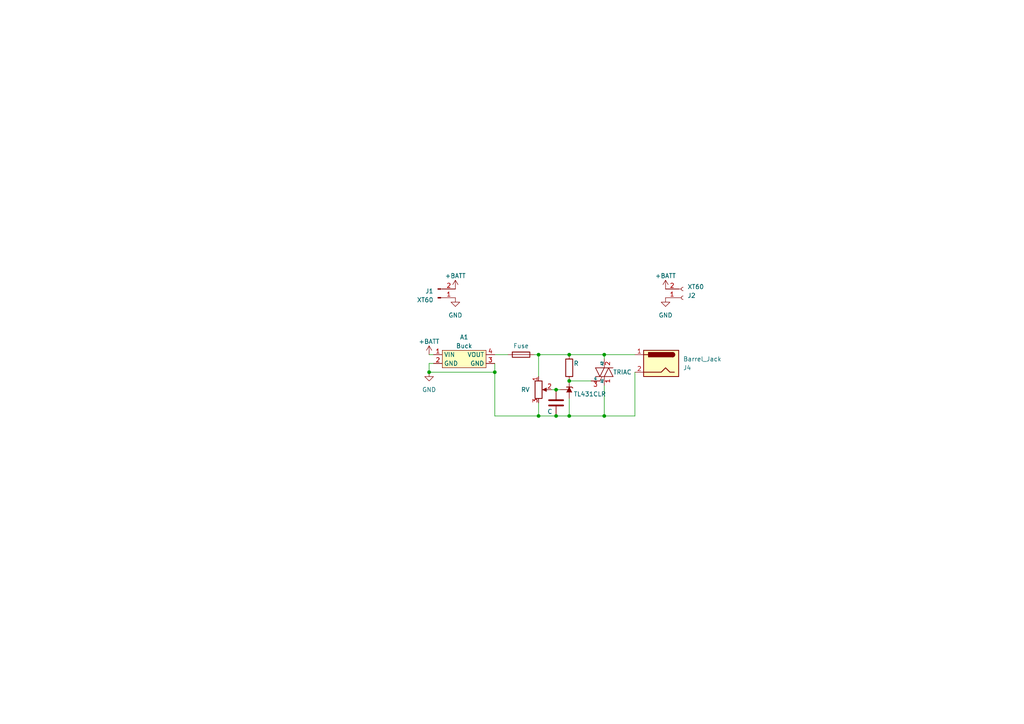
<source format=kicad_sch>
(kicad_sch (version 20230121) (generator eeschema)

  (uuid a6e49730-ed3d-4df4-b7d4-a25944f6a5ac)

  (paper "A4")

  (lib_symbols
    (symbol "Connector:Barrel_Jack" (pin_names (offset 1.016)) (in_bom yes) (on_board yes)
      (property "Reference" "J" (at 0 5.334 0)
        (effects (font (size 1.27 1.27)))
      )
      (property "Value" "Barrel_Jack" (at 0 -5.08 0)
        (effects (font (size 1.27 1.27)))
      )
      (property "Footprint" "" (at 1.27 -1.016 0)
        (effects (font (size 1.27 1.27)) hide)
      )
      (property "Datasheet" "~" (at 1.27 -1.016 0)
        (effects (font (size 1.27 1.27)) hide)
      )
      (property "ki_keywords" "DC power barrel jack connector" (at 0 0 0)
        (effects (font (size 1.27 1.27)) hide)
      )
      (property "ki_description" "DC Barrel Jack" (at 0 0 0)
        (effects (font (size 1.27 1.27)) hide)
      )
      (property "ki_fp_filters" "BarrelJack*" (at 0 0 0)
        (effects (font (size 1.27 1.27)) hide)
      )
      (symbol "Barrel_Jack_0_1"
        (rectangle (start -5.08 3.81) (end 5.08 -3.81)
          (stroke (width 0.254) (type default))
          (fill (type background))
        )
        (arc (start -3.302 3.175) (mid -3.9343 2.54) (end -3.302 1.905)
          (stroke (width 0.254) (type default))
          (fill (type none))
        )
        (arc (start -3.302 3.175) (mid -3.9343 2.54) (end -3.302 1.905)
          (stroke (width 0.254) (type default))
          (fill (type outline))
        )
        (polyline
          (pts
            (xy 5.08 2.54)
            (xy 3.81 2.54)
          )
          (stroke (width 0.254) (type default))
          (fill (type none))
        )
        (polyline
          (pts
            (xy -3.81 -2.54)
            (xy -2.54 -2.54)
            (xy -1.27 -1.27)
            (xy 0 -2.54)
            (xy 2.54 -2.54)
            (xy 5.08 -2.54)
          )
          (stroke (width 0.254) (type default))
          (fill (type none))
        )
        (rectangle (start 3.683 3.175) (end -3.302 1.905)
          (stroke (width 0.254) (type default))
          (fill (type outline))
        )
      )
      (symbol "Barrel_Jack_1_1"
        (pin passive line (at 7.62 2.54 180) (length 2.54)
          (name "~" (effects (font (size 1.27 1.27))))
          (number "1" (effects (font (size 1.27 1.27))))
        )
        (pin passive line (at 7.62 -2.54 180) (length 2.54)
          (name "~" (effects (font (size 1.27 1.27))))
          (number "2" (effects (font (size 1.27 1.27))))
        )
      )
    )
    (symbol "Connector:Conn_01x02_Pin" (pin_names (offset 1.016) hide) (in_bom yes) (on_board yes)
      (property "Reference" "J" (at 0 2.54 0)
        (effects (font (size 1.27 1.27)))
      )
      (property "Value" "Conn_01x02_Pin" (at 0 -5.08 0)
        (effects (font (size 1.27 1.27)))
      )
      (property "Footprint" "" (at 0 0 0)
        (effects (font (size 1.27 1.27)) hide)
      )
      (property "Datasheet" "~" (at 0 0 0)
        (effects (font (size 1.27 1.27)) hide)
      )
      (property "ki_locked" "" (at 0 0 0)
        (effects (font (size 1.27 1.27)))
      )
      (property "ki_keywords" "connector" (at 0 0 0)
        (effects (font (size 1.27 1.27)) hide)
      )
      (property "ki_description" "Generic connector, single row, 01x02, script generated" (at 0 0 0)
        (effects (font (size 1.27 1.27)) hide)
      )
      (property "ki_fp_filters" "Connector*:*_1x??_*" (at 0 0 0)
        (effects (font (size 1.27 1.27)) hide)
      )
      (symbol "Conn_01x02_Pin_1_1"
        (polyline
          (pts
            (xy 1.27 -2.54)
            (xy 0.8636 -2.54)
          )
          (stroke (width 0.1524) (type default))
          (fill (type none))
        )
        (polyline
          (pts
            (xy 1.27 0)
            (xy 0.8636 0)
          )
          (stroke (width 0.1524) (type default))
          (fill (type none))
        )
        (rectangle (start 0.8636 -2.413) (end 0 -2.667)
          (stroke (width 0.1524) (type default))
          (fill (type outline))
        )
        (rectangle (start 0.8636 0.127) (end 0 -0.127)
          (stroke (width 0.1524) (type default))
          (fill (type outline))
        )
        (pin passive line (at 5.08 0 180) (length 3.81)
          (name "Pin_1" (effects (font (size 1.27 1.27))))
          (number "1" (effects (font (size 1.27 1.27))))
        )
        (pin passive line (at 5.08 -2.54 180) (length 3.81)
          (name "Pin_2" (effects (font (size 1.27 1.27))))
          (number "2" (effects (font (size 1.27 1.27))))
        )
      )
    )
    (symbol "Connector:Conn_01x02_Socket" (pin_names (offset 1.016) hide) (in_bom yes) (on_board yes)
      (property "Reference" "J" (at 0 2.54 0)
        (effects (font (size 1.27 1.27)))
      )
      (property "Value" "Conn_01x02_Socket" (at 0 -5.08 0)
        (effects (font (size 1.27 1.27)))
      )
      (property "Footprint" "" (at 0 0 0)
        (effects (font (size 1.27 1.27)) hide)
      )
      (property "Datasheet" "~" (at 0 0 0)
        (effects (font (size 1.27 1.27)) hide)
      )
      (property "ki_locked" "" (at 0 0 0)
        (effects (font (size 1.27 1.27)))
      )
      (property "ki_keywords" "connector" (at 0 0 0)
        (effects (font (size 1.27 1.27)) hide)
      )
      (property "ki_description" "Generic connector, single row, 01x02, script generated" (at 0 0 0)
        (effects (font (size 1.27 1.27)) hide)
      )
      (property "ki_fp_filters" "Connector*:*_1x??_*" (at 0 0 0)
        (effects (font (size 1.27 1.27)) hide)
      )
      (symbol "Conn_01x02_Socket_1_1"
        (arc (start 0 -2.032) (mid -0.5058 -2.54) (end 0 -3.048)
          (stroke (width 0.1524) (type default))
          (fill (type none))
        )
        (polyline
          (pts
            (xy -1.27 -2.54)
            (xy -0.508 -2.54)
          )
          (stroke (width 0.1524) (type default))
          (fill (type none))
        )
        (polyline
          (pts
            (xy -1.27 0)
            (xy -0.508 0)
          )
          (stroke (width 0.1524) (type default))
          (fill (type none))
        )
        (arc (start 0 0.508) (mid -0.5058 0) (end 0 -0.508)
          (stroke (width 0.1524) (type default))
          (fill (type none))
        )
        (pin passive line (at -5.08 0 0) (length 3.81)
          (name "Pin_1" (effects (font (size 1.27 1.27))))
          (number "1" (effects (font (size 1.27 1.27))))
        )
        (pin passive line (at -5.08 -2.54 0) (length 3.81)
          (name "Pin_2" (effects (font (size 1.27 1.27))))
          (number "2" (effects (font (size 1.27 1.27))))
        )
      )
    )
    (symbol "Device:C" (pin_numbers hide) (pin_names (offset 0.254)) (in_bom yes) (on_board yes)
      (property "Reference" "C" (at 0.635 2.54 0)
        (effects (font (size 1.27 1.27)) (justify left))
      )
      (property "Value" "C" (at 0.635 -2.54 0)
        (effects (font (size 1.27 1.27)) (justify left))
      )
      (property "Footprint" "" (at 0.9652 -3.81 0)
        (effects (font (size 1.27 1.27)) hide)
      )
      (property "Datasheet" "~" (at 0 0 0)
        (effects (font (size 1.27 1.27)) hide)
      )
      (property "ki_keywords" "cap capacitor" (at 0 0 0)
        (effects (font (size 1.27 1.27)) hide)
      )
      (property "ki_description" "Unpolarized capacitor" (at 0 0 0)
        (effects (font (size 1.27 1.27)) hide)
      )
      (property "ki_fp_filters" "C_*" (at 0 0 0)
        (effects (font (size 1.27 1.27)) hide)
      )
      (symbol "C_0_1"
        (polyline
          (pts
            (xy -2.032 -0.762)
            (xy 2.032 -0.762)
          )
          (stroke (width 0.508) (type default))
          (fill (type none))
        )
        (polyline
          (pts
            (xy -2.032 0.762)
            (xy 2.032 0.762)
          )
          (stroke (width 0.508) (type default))
          (fill (type none))
        )
      )
      (symbol "C_1_1"
        (pin passive line (at 0 3.81 270) (length 2.794)
          (name "~" (effects (font (size 1.27 1.27))))
          (number "1" (effects (font (size 1.27 1.27))))
        )
        (pin passive line (at 0 -3.81 90) (length 2.794)
          (name "~" (effects (font (size 1.27 1.27))))
          (number "2" (effects (font (size 1.27 1.27))))
        )
      )
    )
    (symbol "Device:Fuse" (pin_numbers hide) (pin_names (offset 0)) (in_bom yes) (on_board yes)
      (property "Reference" "F" (at 2.032 0 90)
        (effects (font (size 1.27 1.27)))
      )
      (property "Value" "Fuse" (at -1.905 0 90)
        (effects (font (size 1.27 1.27)))
      )
      (property "Footprint" "" (at -1.778 0 90)
        (effects (font (size 1.27 1.27)) hide)
      )
      (property "Datasheet" "~" (at 0 0 0)
        (effects (font (size 1.27 1.27)) hide)
      )
      (property "ki_keywords" "fuse" (at 0 0 0)
        (effects (font (size 1.27 1.27)) hide)
      )
      (property "ki_description" "Fuse" (at 0 0 0)
        (effects (font (size 1.27 1.27)) hide)
      )
      (property "ki_fp_filters" "*Fuse*" (at 0 0 0)
        (effects (font (size 1.27 1.27)) hide)
      )
      (symbol "Fuse_0_1"
        (rectangle (start -0.762 -2.54) (end 0.762 2.54)
          (stroke (width 0.254) (type default))
          (fill (type none))
        )
        (polyline
          (pts
            (xy 0 2.54)
            (xy 0 -2.54)
          )
          (stroke (width 0) (type default))
          (fill (type none))
        )
      )
      (symbol "Fuse_1_1"
        (pin passive line (at 0 3.81 270) (length 1.27)
          (name "~" (effects (font (size 1.27 1.27))))
          (number "1" (effects (font (size 1.27 1.27))))
        )
        (pin passive line (at 0 -3.81 90) (length 1.27)
          (name "~" (effects (font (size 1.27 1.27))))
          (number "2" (effects (font (size 1.27 1.27))))
        )
      )
    )
    (symbol "Device:Q_TRIAC_A1A2G" (pin_names (offset 0)) (in_bom yes) (on_board yes)
      (property "Reference" "D" (at 3.175 0.635 0)
        (effects (font (size 1.27 1.27)) (justify left))
      )
      (property "Value" "Q_TRIAC_A1A2G" (at 3.175 -1.27 0)
        (effects (font (size 1.27 1.27)) (justify left))
      )
      (property "Footprint" "" (at 1.905 0.635 90)
        (effects (font (size 1.27 1.27)) hide)
      )
      (property "Datasheet" "~" (at 0 0 90)
        (effects (font (size 1.27 1.27)) hide)
      )
      (property "ki_keywords" "TRIAC" (at 0 0 0)
        (effects (font (size 1.27 1.27)) hide)
      )
      (property "ki_description" "Triode for alternating current, anode1/anode2/gate" (at 0 0 0)
        (effects (font (size 1.27 1.27)) hide)
      )
      (symbol "Q_TRIAC_A1A2G_0_1"
        (polyline
          (pts
            (xy -2.54 -1.27)
            (xy 2.54 -1.27)
          )
          (stroke (width 0.2032) (type default))
          (fill (type none))
        )
        (polyline
          (pts
            (xy -2.54 1.27)
            (xy 2.54 1.27)
          )
          (stroke (width 0.2032) (type default))
          (fill (type none))
        )
        (polyline
          (pts
            (xy -1.27 -2.54)
            (xy -0.635 -1.27)
          )
          (stroke (width 0) (type default))
          (fill (type none))
        )
        (polyline
          (pts
            (xy -2.54 1.27)
            (xy -1.27 -1.27)
            (xy 0 1.27)
          )
          (stroke (width 0.2032) (type default))
          (fill (type none))
        )
        (polyline
          (pts
            (xy 0 -1.27)
            (xy 1.27 1.27)
            (xy 2.54 -1.27)
          )
          (stroke (width 0.2032) (type default))
          (fill (type none))
        )
      )
      (symbol "Q_TRIAC_A1A2G_1_1"
        (pin passive line (at 0 -3.81 90) (length 2.54)
          (name "A1" (effects (font (size 0.635 0.635))))
          (number "1" (effects (font (size 1.27 1.27))))
        )
        (pin passive line (at 0 3.81 270) (length 2.54)
          (name "A2" (effects (font (size 0.635 0.635))))
          (number "2" (effects (font (size 1.27 1.27))))
        )
        (pin input line (at -3.81 -2.54 0) (length 2.54)
          (name "G" (effects (font (size 0.635 0.635))))
          (number "3" (effects (font (size 1.27 1.27))))
        )
      )
    )
    (symbol "Device:R" (pin_numbers hide) (pin_names (offset 0)) (in_bom yes) (on_board yes)
      (property "Reference" "R" (at 2.032 0 90)
        (effects (font (size 1.27 1.27)))
      )
      (property "Value" "R" (at 0 0 90)
        (effects (font (size 1.27 1.27)))
      )
      (property "Footprint" "" (at -1.778 0 90)
        (effects (font (size 1.27 1.27)) hide)
      )
      (property "Datasheet" "~" (at 0 0 0)
        (effects (font (size 1.27 1.27)) hide)
      )
      (property "ki_keywords" "R res resistor" (at 0 0 0)
        (effects (font (size 1.27 1.27)) hide)
      )
      (property "ki_description" "Resistor" (at 0 0 0)
        (effects (font (size 1.27 1.27)) hide)
      )
      (property "ki_fp_filters" "R_*" (at 0 0 0)
        (effects (font (size 1.27 1.27)) hide)
      )
      (symbol "R_0_1"
        (rectangle (start -1.016 -2.54) (end 1.016 2.54)
          (stroke (width 0.254) (type default))
          (fill (type none))
        )
      )
      (symbol "R_1_1"
        (pin passive line (at 0 3.81 270) (length 1.27)
          (name "~" (effects (font (size 1.27 1.27))))
          (number "1" (effects (font (size 1.27 1.27))))
        )
        (pin passive line (at 0 -3.81 90) (length 1.27)
          (name "~" (effects (font (size 1.27 1.27))))
          (number "2" (effects (font (size 1.27 1.27))))
        )
      )
    )
    (symbol "Device:R_Potentiometer" (pin_names (offset 1.016) hide) (in_bom yes) (on_board yes)
      (property "Reference" "RV" (at -4.445 0 90)
        (effects (font (size 1.27 1.27)))
      )
      (property "Value" "R_Potentiometer" (at -2.54 0 90)
        (effects (font (size 1.27 1.27)))
      )
      (property "Footprint" "" (at 0 0 0)
        (effects (font (size 1.27 1.27)) hide)
      )
      (property "Datasheet" "~" (at 0 0 0)
        (effects (font (size 1.27 1.27)) hide)
      )
      (property "ki_keywords" "resistor variable" (at 0 0 0)
        (effects (font (size 1.27 1.27)) hide)
      )
      (property "ki_description" "Potentiometer" (at 0 0 0)
        (effects (font (size 1.27 1.27)) hide)
      )
      (property "ki_fp_filters" "Potentiometer*" (at 0 0 0)
        (effects (font (size 1.27 1.27)) hide)
      )
      (symbol "R_Potentiometer_0_1"
        (polyline
          (pts
            (xy 2.54 0)
            (xy 1.524 0)
          )
          (stroke (width 0) (type default))
          (fill (type none))
        )
        (polyline
          (pts
            (xy 1.143 0)
            (xy 2.286 0.508)
            (xy 2.286 -0.508)
            (xy 1.143 0)
          )
          (stroke (width 0) (type default))
          (fill (type outline))
        )
        (rectangle (start 1.016 2.54) (end -1.016 -2.54)
          (stroke (width 0.254) (type default))
          (fill (type none))
        )
      )
      (symbol "R_Potentiometer_1_1"
        (pin passive line (at 0 3.81 270) (length 1.27)
          (name "1" (effects (font (size 1.27 1.27))))
          (number "1" (effects (font (size 1.27 1.27))))
        )
        (pin passive line (at 3.81 0 180) (length 1.27)
          (name "2" (effects (font (size 1.27 1.27))))
          (number "2" (effects (font (size 1.27 1.27))))
        )
        (pin passive line (at 0 -3.81 90) (length 1.27)
          (name "3" (effects (font (size 1.27 1.27))))
          (number "3" (effects (font (size 1.27 1.27))))
        )
      )
    )
    (symbol "Reference_Voltage:TL431LP" (pin_numbers hide) (pin_names hide) (in_bom yes) (on_board yes)
      (property "Reference" "U" (at -2.54 2.54 0)
        (effects (font (size 1.27 1.27)))
      )
      (property "Value" "TL431LP" (at 0 -2.54 0)
        (effects (font (size 1.27 1.27)))
      )
      (property "Footprint" "Package_TO_SOT_THT:TO-92_Inline" (at 0 -3.81 0)
        (effects (font (size 1.27 1.27) italic) hide)
      )
      (property "Datasheet" "http://www.ti.com/lit/ds/symlink/tl431.pdf" (at 0 0 0)
        (effects (font (size 1.27 1.27) italic) hide)
      )
      (property "ki_keywords" "diode device regulator shunt" (at 0 0 0)
        (effects (font (size 1.27 1.27)) hide)
      )
      (property "ki_description" "Shunt Regulator, TO-92" (at 0 0 0)
        (effects (font (size 1.27 1.27)) hide)
      )
      (property "ki_fp_filters" "TO*92*" (at 0 0 0)
        (effects (font (size 1.27 1.27)) hide)
      )
      (symbol "TL431LP_0_1"
        (polyline
          (pts
            (xy -1.27 0)
            (xy 0 0)
            (xy 1.27 0)
          )
          (stroke (width 0) (type default))
          (fill (type none))
        )
        (polyline
          (pts
            (xy -0.762 0.762)
            (xy 0.762 0)
            (xy -0.762 -0.762)
          )
          (stroke (width 0) (type default))
          (fill (type outline))
        )
        (polyline
          (pts
            (xy 0.508 -1.016)
            (xy 0.762 -0.762)
            (xy 0.762 0.762)
            (xy 0.762 0.762)
          )
          (stroke (width 0.254) (type default))
          (fill (type none))
        )
      )
      (symbol "TL431LP_1_1"
        (pin passive line (at 0 2.54 270) (length 2.54)
          (name "REF" (effects (font (size 1.27 1.27))))
          (number "1" (effects (font (size 1.27 1.27))))
        )
        (pin passive line (at -2.54 0 0) (length 2.54)
          (name "A" (effects (font (size 1.27 1.27))))
          (number "2" (effects (font (size 1.27 1.27))))
        )
        (pin passive line (at 2.54 0 180) (length 2.54)
          (name "K" (effects (font (size 1.27 1.27))))
          (number "3" (effects (font (size 1.27 1.27))))
        )
      )
    )
    (symbol "left-side:Buck" (in_bom yes) (on_board yes)
      (property "Reference" "A" (at 0 1.27 0)
        (effects (font (size 1.27 1.27)))
      )
      (property "Value" "Buck" (at 0 3.81 0)
        (effects (font (size 1.27 1.27)))
      )
      (property "Footprint" "" (at 0 0 0)
        (effects (font (size 1.27 1.27)) hide)
      )
      (property "Datasheet" "" (at 0 0 0)
        (effects (font (size 1.27 1.27)) hide)
      )
      (symbol "Buck_0_1"
        (rectangle (start -6.35 0) (end 6.35 -5.08)
          (stroke (width 0) (type default))
          (fill (type background))
        )
      )
      (symbol "Buck_1_1"
        (pin input line (at -8.89 -1.27 0) (length 2.54)
          (name "VIN" (effects (font (size 1.27 1.27))))
          (number "1" (effects (font (size 1.27 1.27))))
        )
        (pin input line (at -8.89 -3.81 0) (length 2.54)
          (name "GND" (effects (font (size 1.27 1.27))))
          (number "2" (effects (font (size 1.27 1.27))))
        )
        (pin input line (at 8.89 -3.81 180) (length 2.54)
          (name "GND" (effects (font (size 1.27 1.27))))
          (number "3" (effects (font (size 1.27 1.27))))
        )
        (pin input line (at 8.89 -1.27 180) (length 2.54)
          (name "VOUT" (effects (font (size 1.27 1.27))))
          (number "4" (effects (font (size 1.27 1.27))))
        )
      )
    )
    (symbol "power:+BATT" (power) (pin_names (offset 0)) (in_bom yes) (on_board yes)
      (property "Reference" "#PWR" (at 0 -3.81 0)
        (effects (font (size 1.27 1.27)) hide)
      )
      (property "Value" "+BATT" (at 0 3.556 0)
        (effects (font (size 1.27 1.27)))
      )
      (property "Footprint" "" (at 0 0 0)
        (effects (font (size 1.27 1.27)) hide)
      )
      (property "Datasheet" "" (at 0 0 0)
        (effects (font (size 1.27 1.27)) hide)
      )
      (property "ki_keywords" "global power battery" (at 0 0 0)
        (effects (font (size 1.27 1.27)) hide)
      )
      (property "ki_description" "Power symbol creates a global label with name \"+BATT\"" (at 0 0 0)
        (effects (font (size 1.27 1.27)) hide)
      )
      (symbol "+BATT_0_1"
        (polyline
          (pts
            (xy -0.762 1.27)
            (xy 0 2.54)
          )
          (stroke (width 0) (type default))
          (fill (type none))
        )
        (polyline
          (pts
            (xy 0 0)
            (xy 0 2.54)
          )
          (stroke (width 0) (type default))
          (fill (type none))
        )
        (polyline
          (pts
            (xy 0 2.54)
            (xy 0.762 1.27)
          )
          (stroke (width 0) (type default))
          (fill (type none))
        )
      )
      (symbol "+BATT_1_1"
        (pin power_in line (at 0 0 90) (length 0) hide
          (name "+BATT" (effects (font (size 1.27 1.27))))
          (number "1" (effects (font (size 1.27 1.27))))
        )
      )
    )
    (symbol "power:GND" (power) (pin_names (offset 0)) (in_bom yes) (on_board yes)
      (property "Reference" "#PWR" (at 0 -6.35 0)
        (effects (font (size 1.27 1.27)) hide)
      )
      (property "Value" "GND" (at 0 -3.81 0)
        (effects (font (size 1.27 1.27)))
      )
      (property "Footprint" "" (at 0 0 0)
        (effects (font (size 1.27 1.27)) hide)
      )
      (property "Datasheet" "" (at 0 0 0)
        (effects (font (size 1.27 1.27)) hide)
      )
      (property "ki_keywords" "global power" (at 0 0 0)
        (effects (font (size 1.27 1.27)) hide)
      )
      (property "ki_description" "Power symbol creates a global label with name \"GND\" , ground" (at 0 0 0)
        (effects (font (size 1.27 1.27)) hide)
      )
      (symbol "GND_0_1"
        (polyline
          (pts
            (xy 0 0)
            (xy 0 -1.27)
            (xy 1.27 -1.27)
            (xy 0 -2.54)
            (xy -1.27 -1.27)
            (xy 0 -1.27)
          )
          (stroke (width 0) (type default))
          (fill (type none))
        )
      )
      (symbol "GND_1_1"
        (pin power_in line (at 0 0 270) (length 0) hide
          (name "GND" (effects (font (size 1.27 1.27))))
          (number "1" (effects (font (size 1.27 1.27))))
        )
      )
    )
  )

  (junction (at 156.21 102.87) (diameter 0) (color 0 0 0 0)
    (uuid 1b19591a-d0b6-4361-9e1f-c6364dbab8f1)
  )
  (junction (at 165.1 120.65) (diameter 0) (color 0 0 0 0)
    (uuid 324513ad-fd38-4c66-89a0-93f1e641266e)
  )
  (junction (at 165.1 110.49) (diameter 0) (color 0 0 0 0)
    (uuid 5513000d-a309-44e3-aeee-6f156bfdc238)
  )
  (junction (at 156.21 120.65) (diameter 0) (color 0 0 0 0)
    (uuid 6f70bf05-425e-4d38-adf0-0545c6f74728)
  )
  (junction (at 175.26 102.87) (diameter 0) (color 0 0 0 0)
    (uuid 72fc3395-e0c3-4751-8395-c9e4b4ea089b)
  )
  (junction (at 143.51 107.95) (diameter 0) (color 0 0 0 0)
    (uuid 8d6f9c22-96dc-49da-a20d-d199342065bd)
  )
  (junction (at 175.26 120.65) (diameter 0) (color 0 0 0 0)
    (uuid 8ff7dc2b-8df2-49f8-9c8d-ac06bbbdf214)
  )
  (junction (at 161.29 120.65) (diameter 0) (color 0 0 0 0)
    (uuid b6cc5346-7ae5-43ae-bf30-9bdae5117c74)
  )
  (junction (at 161.29 113.03) (diameter 0) (color 0 0 0 0)
    (uuid dd136070-b7ec-4de4-acf0-fdc08faa564f)
  )
  (junction (at 165.1 102.87) (diameter 0) (color 0 0 0 0)
    (uuid e241ff66-a4a9-449e-8b27-509e88f83743)
  )
  (junction (at 124.46 107.95) (diameter 0) (color 0 0 0 0)
    (uuid f4484607-88ce-4ae2-b37f-20d4a0455430)
  )

  (wire (pts (xy 184.15 120.65) (xy 175.26 120.65))
    (stroke (width 0) (type default))
    (uuid 06b67088-7606-45fa-9957-8cd15a794edb)
  )
  (wire (pts (xy 156.21 116.84) (xy 156.21 120.65))
    (stroke (width 0) (type default))
    (uuid 0e6e5e7d-4f27-4bb8-b1bd-5d06787412a1)
  )
  (wire (pts (xy 156.21 102.87) (xy 156.21 109.22))
    (stroke (width 0) (type default))
    (uuid 152e95fe-6c2f-41cf-ab7d-848bdcf64053)
  )
  (wire (pts (xy 124.46 102.87) (xy 125.73 102.87))
    (stroke (width 0) (type default))
    (uuid 1b67a1ad-a96e-4ed2-91aa-037c3770b4b3)
  )
  (wire (pts (xy 143.51 105.41) (xy 143.51 107.95))
    (stroke (width 0) (type default))
    (uuid 1be79765-7a0d-455b-a9bc-01b75baa9963)
  )
  (wire (pts (xy 165.1 110.49) (xy 171.45 110.49))
    (stroke (width 0) (type default))
    (uuid 1ea39cd4-0e73-417e-a517-f827449200de)
  )
  (wire (pts (xy 175.26 120.65) (xy 165.1 120.65))
    (stroke (width 0) (type default))
    (uuid 224d8cb0-0028-40f6-81b1-55e50fd48212)
  )
  (wire (pts (xy 184.15 107.95) (xy 184.15 120.65))
    (stroke (width 0) (type default))
    (uuid 24200ea9-05a8-44bd-ac19-f16c24911b97)
  )
  (wire (pts (xy 124.46 105.41) (xy 125.73 105.41))
    (stroke (width 0) (type default))
    (uuid 6159b644-1605-4a84-82e9-bd18cbc23225)
  )
  (wire (pts (xy 160.02 113.03) (xy 161.29 113.03))
    (stroke (width 0) (type default))
    (uuid 6edeecd7-117b-4f9f-9cf6-7e8091126b22)
  )
  (wire (pts (xy 165.1 120.65) (xy 161.29 120.65))
    (stroke (width 0) (type default))
    (uuid 7337ad08-61f2-4d84-bb9f-f83464c448df)
  )
  (wire (pts (xy 124.46 107.95) (xy 143.51 107.95))
    (stroke (width 0) (type default))
    (uuid 83acfda1-5f55-4dd9-93aa-e353f7c1a308)
  )
  (wire (pts (xy 175.26 102.87) (xy 175.26 104.14))
    (stroke (width 0) (type default))
    (uuid 861a990b-fdf2-40d9-9542-829f207dcb6c)
  )
  (wire (pts (xy 124.46 105.41) (xy 124.46 107.95))
    (stroke (width 0) (type default))
    (uuid 86a54236-40bc-4602-9d67-0988756d636c)
  )
  (wire (pts (xy 161.29 120.65) (xy 156.21 120.65))
    (stroke (width 0) (type default))
    (uuid 873c29b0-588f-469b-93c2-70ffca009142)
  )
  (wire (pts (xy 143.51 102.87) (xy 147.32 102.87))
    (stroke (width 0) (type default))
    (uuid 8ed49a0f-83fa-42ab-8f9c-ad0f3e70f442)
  )
  (wire (pts (xy 165.1 102.87) (xy 175.26 102.87))
    (stroke (width 0) (type default))
    (uuid 911e36fe-27d2-465c-bc03-39fe8baf7eac)
  )
  (wire (pts (xy 143.51 107.95) (xy 143.51 120.65))
    (stroke (width 0) (type default))
    (uuid 96179496-bc5d-425b-8cea-4905e3c7dde5)
  )
  (wire (pts (xy 165.1 115.57) (xy 165.1 120.65))
    (stroke (width 0) (type default))
    (uuid 9c10c93f-4657-46b6-927c-e2b261a3c1e6)
  )
  (wire (pts (xy 156.21 102.87) (xy 165.1 102.87))
    (stroke (width 0) (type default))
    (uuid af03ec2b-cac3-4f01-8fc3-c52af2b5b5a8)
  )
  (wire (pts (xy 175.26 102.87) (xy 184.15 102.87))
    (stroke (width 0) (type default))
    (uuid b0862849-44a7-48db-bccb-8123f6a25a40)
  )
  (wire (pts (xy 156.21 120.65) (xy 143.51 120.65))
    (stroke (width 0) (type default))
    (uuid b634fb10-e892-482c-bc38-7395c1eec3ea)
  )
  (wire (pts (xy 161.29 113.03) (xy 162.56 113.03))
    (stroke (width 0) (type default))
    (uuid b7370274-0546-446c-9b38-1621b5dfafaa)
  )
  (wire (pts (xy 175.26 111.76) (xy 175.26 120.65))
    (stroke (width 0) (type default))
    (uuid d2049e6c-9204-486e-85c5-455ac87157f1)
  )
  (wire (pts (xy 154.94 102.87) (xy 156.21 102.87))
    (stroke (width 0) (type default))
    (uuid da4b6a66-b99b-40f0-8321-1ec26399348f)
  )

  (symbol (lib_id "Device:Q_TRIAC_A1A2G") (at 175.26 107.95 0) (unit 1)
    (in_bom yes) (on_board yes) (dnp no)
    (uuid 19d97a2e-5bbc-48d1-83f2-491ceee32f52)
    (property "Reference" "D1" (at 179.07 107.2642 0)
      (effects (font (size 1.27 1.27)) (justify left) hide)
    )
    (property "Value" "TRIAC" (at 177.8 107.95 0)
      (effects (font (size 1.27 1.27)) (justify left))
    )
    (property "Footprint" "" (at 177.165 107.315 90)
      (effects (font (size 1.27 1.27)) hide)
    )
    (property "Datasheet" "~" (at 175.26 107.95 90)
      (effects (font (size 1.27 1.27)) hide)
    )
    (pin "1" (uuid 1607ac90-2806-45b6-af82-dea77aee9160))
    (pin "2" (uuid 9b3bde01-ac70-4216-9f30-392e29b819e5))
    (pin "3" (uuid a3eada9c-46af-41f9-8bb8-b4adb6adc7fd))
    (instances
      (project "left-side"
        (path "/a6e49730-ed3d-4df4-b7d4-a25944f6a5ac"
          (reference "D1") (unit 1)
        )
      )
    )
  )

  (symbol (lib_id "Reference_Voltage:TL431LP") (at 165.1 113.03 90) (unit 1)
    (in_bom yes) (on_board yes) (dnp no)
    (uuid 1a919975-10aa-4140-8bd1-1c4d61a4d9c0)
    (property "Reference" "U1" (at 167.64 111.76 90)
      (effects (font (size 1.27 1.27)) (justify right) hide)
    )
    (property "Value" "TL431CLR" (at 166.37 114.3 90)
      (effects (font (size 1.27 1.27)) (justify right))
    )
    (property "Footprint" "Package_TO_SOT_THT:TO-92_Inline" (at 168.91 113.03 0)
      (effects (font (size 1.27 1.27) italic) hide)
    )
    (property "Datasheet" "http://www.ti.com/lit/ds/symlink/tl431.pdf" (at 165.1 113.03 0)
      (effects (font (size 1.27 1.27) italic) hide)
    )
    (pin "1" (uuid 6312b200-cee7-4785-b58c-f8111d509d88))
    (pin "2" (uuid 8f553c15-7758-4b93-9c66-9baa03fe44b7))
    (pin "3" (uuid 8d730d6e-215b-4477-884b-6e141a41d55a))
    (instances
      (project "left-side"
        (path "/a6e49730-ed3d-4df4-b7d4-a25944f6a5ac"
          (reference "U1") (unit 1)
        )
      )
    )
  )

  (symbol (lib_id "Device:Fuse") (at 151.13 102.87 90) (unit 1)
    (in_bom yes) (on_board yes) (dnp no) (fields_autoplaced)
    (uuid 277d62b9-94e1-43e4-808a-6a5b715bd74b)
    (property "Reference" "F1" (at 151.13 97.79 90)
      (effects (font (size 1.27 1.27)) hide)
    )
    (property "Value" "Fuse" (at 151.13 100.33 90)
      (effects (font (size 1.27 1.27)))
    )
    (property "Footprint" "" (at 151.13 104.648 90)
      (effects (font (size 1.27 1.27)) hide)
    )
    (property "Datasheet" "~" (at 151.13 102.87 0)
      (effects (font (size 1.27 1.27)) hide)
    )
    (pin "1" (uuid bb67f606-c81b-42a0-8365-1817147a60d0))
    (pin "2" (uuid 2ece2ad2-02df-4b91-a439-791330ddebd3))
    (instances
      (project "left-side"
        (path "/a6e49730-ed3d-4df4-b7d4-a25944f6a5ac"
          (reference "F1") (unit 1)
        )
      )
    )
  )

  (symbol (lib_id "Connector:Conn_01x02_Socket") (at 198.12 86.36 0) (mirror x) (unit 1)
    (in_bom yes) (on_board yes) (dnp no) (fields_autoplaced)
    (uuid 29647bfe-5800-4b98-800d-4aab1f2351f8)
    (property "Reference" "J2" (at 199.39 85.725 0)
      (effects (font (size 1.27 1.27)) (justify left))
    )
    (property "Value" "XT60" (at 199.39 83.185 0)
      (effects (font (size 1.27 1.27)) (justify left))
    )
    (property "Footprint" "Connector_AMASS:AMASS_XT60-F_1x02_P7.20mm_Vertical" (at 198.12 86.36 0)
      (effects (font (size 1.27 1.27)) hide)
    )
    (property "Datasheet" "~" (at 198.12 86.36 0)
      (effects (font (size 1.27 1.27)) hide)
    )
    (pin "1" (uuid 0d56556e-1152-46f6-a5a0-edaa76cc2321))
    (pin "2" (uuid 96fa5ac1-36b9-4baf-9533-afe4118bc0d5))
    (instances
      (project "left-side"
        (path "/a6e49730-ed3d-4df4-b7d4-a25944f6a5ac"
          (reference "J2") (unit 1)
        )
      )
    )
  )

  (symbol (lib_id "power:+BATT") (at 124.46 102.87 0) (unit 1)
    (in_bom yes) (on_board yes) (dnp no) (fields_autoplaced)
    (uuid 2c85adae-4d87-4dd0-8795-5064a2866fe6)
    (property "Reference" "#PWR06" (at 124.46 106.68 0)
      (effects (font (size 1.27 1.27)) hide)
    )
    (property "Value" "+BATT" (at 124.46 99.06 0)
      (effects (font (size 1.27 1.27)))
    )
    (property "Footprint" "" (at 124.46 102.87 0)
      (effects (font (size 1.27 1.27)) hide)
    )
    (property "Datasheet" "" (at 124.46 102.87 0)
      (effects (font (size 1.27 1.27)) hide)
    )
    (pin "1" (uuid 048a367d-5074-4d15-be51-7a8be06bec45))
    (instances
      (project "left-side"
        (path "/a6e49730-ed3d-4df4-b7d4-a25944f6a5ac"
          (reference "#PWR06") (unit 1)
        )
      )
    )
  )

  (symbol (lib_id "left-side:Buck") (at 134.62 101.6 0) (unit 1)
    (in_bom yes) (on_board yes) (dnp no) (fields_autoplaced)
    (uuid 41bfff8a-dd19-401a-81fb-ab4c81e98ca1)
    (property "Reference" "A1" (at 134.62 97.79 0)
      (effects (font (size 1.27 1.27)))
    )
    (property "Value" "Buck" (at 134.62 100.33 0)
      (effects (font (size 1.27 1.27)))
    )
    (property "Footprint" "left-side:Buck" (at 134.62 101.6 0)
      (effects (font (size 1.27 1.27)) hide)
    )
    (property "Datasheet" "" (at 134.62 101.6 0)
      (effects (font (size 1.27 1.27)) hide)
    )
    (pin "1" (uuid 34cee00d-0abd-4c5d-837f-39b5fb85b296))
    (pin "2" (uuid 652510ab-6ec6-419e-9b39-694c75c3dcb7))
    (pin "3" (uuid cc10bd86-2b49-4c59-8dc4-f582f6df4805))
    (pin "4" (uuid 19177014-af88-439e-98d1-977ffda2e778))
    (instances
      (project "left-side"
        (path "/a6e49730-ed3d-4df4-b7d4-a25944f6a5ac"
          (reference "A1") (unit 1)
        )
      )
    )
  )

  (symbol (lib_id "Device:C") (at 161.29 116.84 0) (unit 1)
    (in_bom yes) (on_board yes) (dnp no)
    (uuid 4e58b605-c340-4f37-a320-d0bdcd0ce605)
    (property "Reference" "C1" (at 165.1 115.57 0)
      (effects (font (size 1.27 1.27)) (justify left) hide)
    )
    (property "Value" "C" (at 158.75 119.38 0)
      (effects (font (size 1.27 1.27)) (justify left))
    )
    (property "Footprint" "" (at 162.2552 120.65 0)
      (effects (font (size 1.27 1.27)) hide)
    )
    (property "Datasheet" "~" (at 161.29 116.84 0)
      (effects (font (size 1.27 1.27)) hide)
    )
    (pin "1" (uuid 50155c3d-e87e-44d0-b819-f120b8cdd85c))
    (pin "2" (uuid 1ec5cb2d-a713-4b14-8b39-145e716d6f6a))
    (instances
      (project "left-side"
        (path "/a6e49730-ed3d-4df4-b7d4-a25944f6a5ac"
          (reference "C1") (unit 1)
        )
      )
    )
  )

  (symbol (lib_id "power:GND") (at 132.08 86.36 0) (unit 1)
    (in_bom yes) (on_board yes) (dnp no) (fields_autoplaced)
    (uuid 62ae159a-b6ea-45ea-bcb5-952da6a99155)
    (property "Reference" "#PWR01" (at 132.08 92.71 0)
      (effects (font (size 1.27 1.27)) hide)
    )
    (property "Value" "GND" (at 132.08 91.44 0)
      (effects (font (size 1.27 1.27)))
    )
    (property "Footprint" "" (at 132.08 86.36 0)
      (effects (font (size 1.27 1.27)) hide)
    )
    (property "Datasheet" "" (at 132.08 86.36 0)
      (effects (font (size 1.27 1.27)) hide)
    )
    (pin "1" (uuid b19e3e78-2847-4147-9cd6-0efa846bb1fa))
    (instances
      (project "left-side"
        (path "/a6e49730-ed3d-4df4-b7d4-a25944f6a5ac"
          (reference "#PWR01") (unit 1)
        )
      )
    )
  )

  (symbol (lib_id "Connector:Conn_01x02_Pin") (at 127 86.36 0) (mirror x) (unit 1)
    (in_bom yes) (on_board yes) (dnp no) (fields_autoplaced)
    (uuid 6d6df581-e5df-40c0-85c5-b8be6a3af4b4)
    (property "Reference" "J1" (at 125.73 84.455 0)
      (effects (font (size 1.27 1.27)) (justify right))
    )
    (property "Value" "XT60" (at 125.73 86.995 0)
      (effects (font (size 1.27 1.27)) (justify right))
    )
    (property "Footprint" "Connector_AMASS:AMASS_XT60-M_1x02_P7.20mm_Vertical" (at 127 86.36 0)
      (effects (font (size 1.27 1.27)) hide)
    )
    (property "Datasheet" "~" (at 127 86.36 0)
      (effects (font (size 1.27 1.27)) hide)
    )
    (pin "1" (uuid 7282cdde-2b68-4c98-a657-f87dd598af97))
    (pin "2" (uuid f3873972-02ea-4a35-8771-f0a49f569e63))
    (instances
      (project "left-side"
        (path "/a6e49730-ed3d-4df4-b7d4-a25944f6a5ac"
          (reference "J1") (unit 1)
        )
      )
    )
  )

  (symbol (lib_id "Connector:Barrel_Jack") (at 191.77 105.41 0) (mirror y) (unit 1)
    (in_bom yes) (on_board yes) (dnp no)
    (uuid 8331edc5-5d20-43bc-9238-ff66e6957ece)
    (property "Reference" "J4" (at 198.12 106.68 0)
      (effects (font (size 1.27 1.27)) (justify right))
    )
    (property "Value" "Barrel_Jack" (at 198.12 104.14 0)
      (effects (font (size 1.27 1.27)) (justify right))
    )
    (property "Footprint" "" (at 190.5 106.426 0)
      (effects (font (size 1.27 1.27)) hide)
    )
    (property "Datasheet" "~" (at 190.5 106.426 0)
      (effects (font (size 1.27 1.27)) hide)
    )
    (pin "1" (uuid 47922bf7-8965-4b96-8950-48ba2a0b81ff))
    (pin "2" (uuid 83410d62-2cda-4012-beff-cae01b3e8d25))
    (instances
      (project "left-side"
        (path "/a6e49730-ed3d-4df4-b7d4-a25944f6a5ac"
          (reference "J4") (unit 1)
        )
      )
    )
  )

  (symbol (lib_id "power:GND") (at 124.46 107.95 0) (unit 1)
    (in_bom yes) (on_board yes) (dnp no) (fields_autoplaced)
    (uuid 904274d3-f846-4294-a2f8-691b8a81373d)
    (property "Reference" "#PWR05" (at 124.46 114.3 0)
      (effects (font (size 1.27 1.27)) hide)
    )
    (property "Value" "GND" (at 124.46 113.03 0)
      (effects (font (size 1.27 1.27)))
    )
    (property "Footprint" "" (at 124.46 107.95 0)
      (effects (font (size 1.27 1.27)) hide)
    )
    (property "Datasheet" "" (at 124.46 107.95 0)
      (effects (font (size 1.27 1.27)) hide)
    )
    (pin "1" (uuid cfc95891-a9dd-4ca8-8412-cae9be606a49))
    (instances
      (project "left-side"
        (path "/a6e49730-ed3d-4df4-b7d4-a25944f6a5ac"
          (reference "#PWR05") (unit 1)
        )
      )
    )
  )

  (symbol (lib_id "Device:R") (at 165.1 106.68 0) (unit 1)
    (in_bom yes) (on_board yes) (dnp no)
    (uuid b8116103-a68a-4288-99dc-ab7fe354abc6)
    (property "Reference" "R1" (at 167.64 105.41 0)
      (effects (font (size 1.27 1.27)) (justify left) hide)
    )
    (property "Value" "R" (at 166.37 105.41 0)
      (effects (font (size 1.27 1.27)) (justify left))
    )
    (property "Footprint" "" (at 163.322 106.68 90)
      (effects (font (size 1.27 1.27)) hide)
    )
    (property "Datasheet" "~" (at 165.1 106.68 0)
      (effects (font (size 1.27 1.27)) hide)
    )
    (pin "1" (uuid 57f6ec32-b75f-47df-84bf-1e27af442add))
    (pin "2" (uuid f04d6805-60e9-492b-a099-f2059f9c7b10))
    (instances
      (project "left-side"
        (path "/a6e49730-ed3d-4df4-b7d4-a25944f6a5ac"
          (reference "R1") (unit 1)
        )
      )
    )
  )

  (symbol (lib_id "Device:R_Potentiometer") (at 156.21 113.03 0) (unit 1)
    (in_bom yes) (on_board yes) (dnp no) (fields_autoplaced)
    (uuid bc50472d-6743-4270-a375-ce575f07f7b7)
    (property "Reference" "RV" (at 153.67 113.03 0)
      (effects (font (size 1.27 1.27)) (justify right))
    )
    (property "Value" "R_Potentiometer" (at 153.67 114.3 0)
      (effects (font (size 1.27 1.27)) (justify right) hide)
    )
    (property "Footprint" "" (at 156.21 113.03 0)
      (effects (font (size 1.27 1.27)) hide)
    )
    (property "Datasheet" "~" (at 156.21 113.03 0)
      (effects (font (size 1.27 1.27)) hide)
    )
    (pin "1" (uuid dc71f4b2-02d4-4362-ad53-8261c5ce33ed))
    (pin "2" (uuid 6f18dc21-9f07-4cdf-a19e-ff20352bb16f))
    (pin "3" (uuid 0143ad5a-2a1c-4389-8644-8cc6bb09efc3))
    (instances
      (project "left-side"
        (path "/a6e49730-ed3d-4df4-b7d4-a25944f6a5ac"
          (reference "RV") (unit 1)
        )
      )
    )
  )

  (symbol (lib_id "power:+BATT") (at 132.08 83.82 0) (unit 1)
    (in_bom yes) (on_board yes) (dnp no) (fields_autoplaced)
    (uuid cee4a716-2658-4a8e-8980-56147e4f9b4d)
    (property "Reference" "#PWR02" (at 132.08 87.63 0)
      (effects (font (size 1.27 1.27)) hide)
    )
    (property "Value" "+BATT" (at 132.08 80.01 0)
      (effects (font (size 1.27 1.27)))
    )
    (property "Footprint" "" (at 132.08 83.82 0)
      (effects (font (size 1.27 1.27)) hide)
    )
    (property "Datasheet" "" (at 132.08 83.82 0)
      (effects (font (size 1.27 1.27)) hide)
    )
    (pin "1" (uuid ed372f13-1760-4596-8a24-58879990d144))
    (instances
      (project "left-side"
        (path "/a6e49730-ed3d-4df4-b7d4-a25944f6a5ac"
          (reference "#PWR02") (unit 1)
        )
      )
    )
  )

  (symbol (lib_id "power:+BATT") (at 193.04 83.82 0) (unit 1)
    (in_bom yes) (on_board yes) (dnp no) (fields_autoplaced)
    (uuid dc45548a-91b9-4430-b978-2df42143a809)
    (property "Reference" "#PWR04" (at 193.04 87.63 0)
      (effects (font (size 1.27 1.27)) hide)
    )
    (property "Value" "+BATT" (at 193.04 80.01 0)
      (effects (font (size 1.27 1.27)))
    )
    (property "Footprint" "" (at 193.04 83.82 0)
      (effects (font (size 1.27 1.27)) hide)
    )
    (property "Datasheet" "" (at 193.04 83.82 0)
      (effects (font (size 1.27 1.27)) hide)
    )
    (pin "1" (uuid cfa91b9c-f07b-4a8a-8d7d-1edf847f3e33))
    (instances
      (project "left-side"
        (path "/a6e49730-ed3d-4df4-b7d4-a25944f6a5ac"
          (reference "#PWR04") (unit 1)
        )
      )
    )
  )

  (symbol (lib_id "power:GND") (at 193.04 86.36 0) (unit 1)
    (in_bom yes) (on_board yes) (dnp no) (fields_autoplaced)
    (uuid e11f1160-3b34-4de7-ad64-fe5aff7fa896)
    (property "Reference" "#PWR03" (at 193.04 92.71 0)
      (effects (font (size 1.27 1.27)) hide)
    )
    (property "Value" "GND" (at 193.04 91.44 0)
      (effects (font (size 1.27 1.27)))
    )
    (property "Footprint" "" (at 193.04 86.36 0)
      (effects (font (size 1.27 1.27)) hide)
    )
    (property "Datasheet" "" (at 193.04 86.36 0)
      (effects (font (size 1.27 1.27)) hide)
    )
    (pin "1" (uuid 641c7b91-f55c-4b74-94e2-c93691eca9fe))
    (instances
      (project "left-side"
        (path "/a6e49730-ed3d-4df4-b7d4-a25944f6a5ac"
          (reference "#PWR03") (unit 1)
        )
      )
    )
  )

  (sheet_instances
    (path "/" (page "1"))
  )
)

</source>
